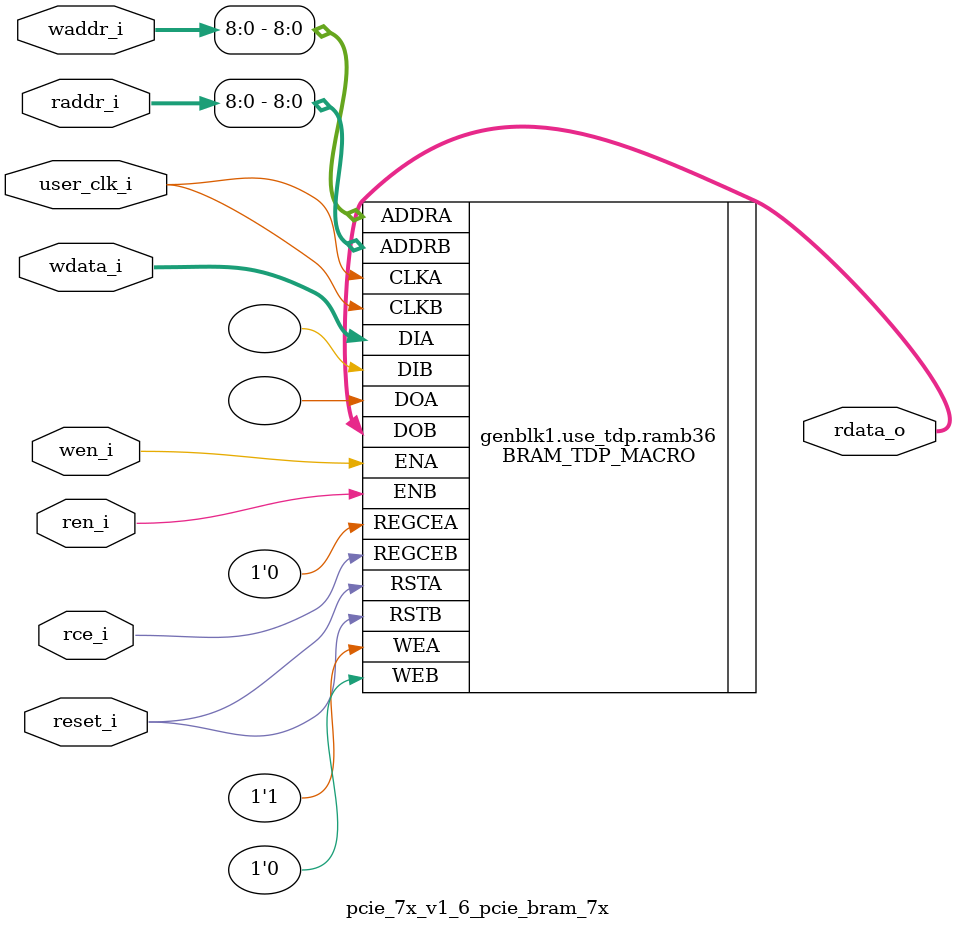
<source format=v>

`timescale 1ps/1ps

module pcie_7x_v1_6_pcie_bram_7x
  #(
    parameter [3:0]  LINK_CAP_MAX_LINK_SPEED = 4'h1,        // PCIe Link Speed : 1 - 2.5 GT/s; 2 - 5.0 GT/s
    parameter [5:0]  LINK_CAP_MAX_LINK_WIDTH = 6'h08,       // PCIe Link Width : 1 / 2 / 4 / 8
    parameter IMPL_TARGET = "HARD",                         // the implementation target : HARD, SOFT
    parameter DOB_REG = 0,                                  // 1 - use the output register;
                                                            // 0 - don't use the output register
    parameter WIDTH = 0                                     // supported WIDTH's : 4, 9, 18, 36 - uses RAMB36
                                                            //                     72 - uses RAMB36SDP
    )
    (
     input               user_clk_i,// user clock
     input               reset_i,   // bram reset

     input               wen_i,     // write enable
     input [12:0]        waddr_i,   // write address
     input [WIDTH - 1:0] wdata_i,   // write data

     input               ren_i,     // read enable
     input               rce_i,     // output register clock enable
     input [12:0]        raddr_i,   // read address

     output [WIDTH - 1:0] rdata_o   // read data
     );

   // map the address bits
   localparam ADDR_MSB = ((WIDTH == 4)  ? 12 :
                          (WIDTH == 9)  ? 11 :
                          (WIDTH == 18) ? 10 :
                          (WIDTH == 36) ?  9 :
                                           8
                          );

   // set the width of the tied off low address bits
   localparam ADDR_LO_BITS = ((WIDTH == 4)  ? 2 :
                              (WIDTH == 9)  ? 3 :
                              (WIDTH == 18) ? 4 :
                              (WIDTH == 36) ? 5 :
                                              0 // for WIDTH 72 use RAMB36SDP
                              );

   // map the data bits
   localparam D_MSB =  ((WIDTH == 4)  ?  3 :
                        (WIDTH == 9)  ?  7 :
                        (WIDTH == 18) ? 15 :
                        (WIDTH == 36) ? 31 :
                                        63
                        );

   // map the data parity bits
   localparam DP_LSB =  D_MSB + 1;

   localparam DP_MSB =  ((WIDTH == 4)  ? 4 :
                         (WIDTH == 9)  ? 8 :
                         (WIDTH == 18) ? 17 :
                         (WIDTH == 36) ? 35 :
                                         71
                        );

   localparam DPW = DP_MSB - DP_LSB + 1;
   localparam WRITE_MODE = ((LINK_CAP_MAX_LINK_SPEED == 4'h2) && (LINK_CAP_MAX_LINK_WIDTH == 6'h08)) ?
                                    "WRITE_FIRST" : "NO_CHANGE";

   localparam DEVICE = (IMPL_TARGET == "HARD") ? "7SERIES" : "VIRTEX6";
   localparam BRAM_SIZE = "36Kb";

   localparam WE_WIDTH =(DEVICE == "VIRTEX5" || DEVICE == "VIRTEX6" || DEVICE == "7SERIES") ?
                            ((WIDTH <= 9) ? 1 :
                             (WIDTH > 9 && WIDTH <= 18) ? 2 :
                             (WIDTH > 18 && WIDTH <= 36) ? 4 :
                             (WIDTH > 36 && WIDTH <= 72) ? 8 :
                             (BRAM_SIZE == "18Kb") ? 4 : 8 ) : 8;

   //synthesis translate_off
   initial begin
      //$display("[%t] %m DOB_REG %0d WIDTH %0d ADDR_MSB %0d ADDR_LO_BITS %0d DP_MSB %0d DP_LSB %0d D_MSB %0d",
      //          $time, DOB_REG,   WIDTH,    ADDR_MSB,    ADDR_LO_BITS,    DP_MSB,    DP_LSB,    D_MSB);

      case (WIDTH)
        4,9,18,36,72:;
        default:
          begin
             $display("[%t] %m Error WIDTH %0d not supported", $time, WIDTH);
             $finish;
          end
      endcase // case (WIDTH)
   end
   //synthesis translate_on

   generate
   if ((LINK_CAP_MAX_LINK_WIDTH == 6'h08 && LINK_CAP_MAX_LINK_SPEED == 4'h2) || (WIDTH == 72)) begin : use_sdp
        BRAM_SDP_MACRO #(
               .DEVICE        (DEVICE),
               .BRAM_SIZE     (BRAM_SIZE),
               .DO_REG        (DOB_REG),
               .READ_WIDTH    (WIDTH),
               .WRITE_WIDTH   (WIDTH),
               .WRITE_MODE    (WRITE_MODE)
               )
        ramb36sdp(
               .DO             (rdata_o[WIDTH-1:0]),
               .DI             (wdata_i[WIDTH-1:0]),
               .RDADDR         (raddr_i[ADDR_MSB:0]),
               .RDCLK          (user_clk_i),
               .RDEN           (ren_i),
               .REGCE          (rce_i),
               .RST            (reset_i),
               .WE             ({WE_WIDTH{1'b1}}),
               .WRADDR         (waddr_i[ADDR_MSB:0]),
               .WRCLK          (user_clk_i),
               .WREN           (wen_i)
               );

    end  // block: use_sdp
    else if (WIDTH <= 36) begin : use_tdp
    // use RAMB36's if the width is 4, 9, 18, or 36
        BRAM_TDP_MACRO #(
               .DEVICE        (DEVICE),
               .BRAM_SIZE     (BRAM_SIZE),
               .DOA_REG       (0),
               .DOB_REG       (DOB_REG),
               .READ_WIDTH_A  (WIDTH),
               .READ_WIDTH_B  (WIDTH),
               .WRITE_WIDTH_A (WIDTH),
               .WRITE_WIDTH_B (WIDTH),
               .WRITE_MODE_A  (WRITE_MODE)
               )
        ramb36(
               .DOA            (),
               .DOB            (rdata_o[WIDTH-1:0]),
               .ADDRA          (waddr_i[ADDR_MSB:0]),
               .ADDRB          (raddr_i[ADDR_MSB:0]),
               .CLKA           (user_clk_i),
               .CLKB           (user_clk_i),
               .DIA            (wdata_i[WIDTH-1:0]),
               .DIB            ({WIDTH{1'b0}}),
               .ENA            (wen_i),
               .ENB            (ren_i),
               .REGCEA         (1'b0),
               .REGCEB         (rce_i),
               .RSTA           (reset_i),
               .RSTB           (reset_i),
               .WEA            ({WE_WIDTH{1'b1}}),
               .WEB            ({WE_WIDTH{1'b0}})
               );
   end // block: use_tdp
   endgenerate

endmodule // pcie_bram_7x


</source>
